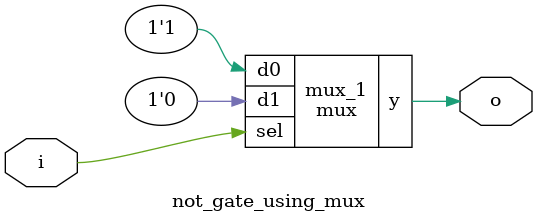
<source format=sv>

module mux
(
  input  d0, d1,
  input  sel,
  output y
);

  assign y = sel ? d1 : d0;

endmodule

//----------------------------------------------------------------------------
// Task
//----------------------------------------------------------------------------

module not_gate_using_mux
(
    input  i,
    output o
);

  // Task:
  // Implement not gate using instance(s) of mux,
  // constants 0 and 1, and wire connections


  mux mux_1(1, 0, i, o);
endmodule

</source>
